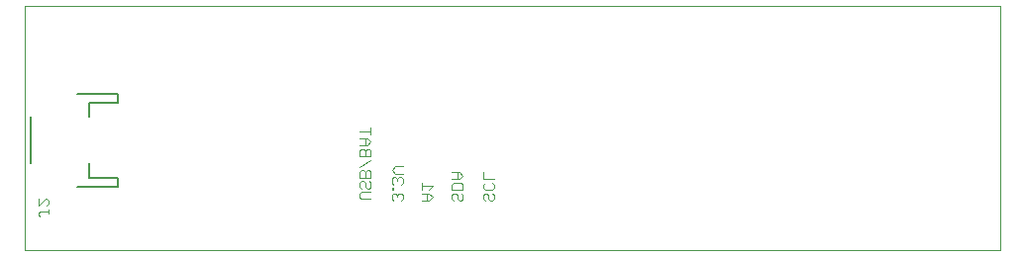
<source format=gbo>
G75*
%MOIN*%
%OFA0B0*%
%FSLAX25Y25*%
%IPPOS*%
%LPD*%
%AMOC8*
5,1,8,0,0,1.08239X$1,22.5*
%
%ADD10C,0.00000*%
%ADD11C,0.00300*%
%ADD12C,0.00800*%
%ADD13C,0.00400*%
D10*
X0015433Y0071025D02*
X0015433Y0153387D01*
X0343780Y0153387D01*
X0343780Y0071025D01*
X0015433Y0071025D01*
D11*
X0128383Y0088757D02*
X0128383Y0089970D01*
X0128990Y0090577D01*
X0132023Y0090577D01*
X0131417Y0091775D02*
X0130810Y0091775D01*
X0130203Y0092382D01*
X0130203Y0093595D01*
X0129597Y0094202D01*
X0128990Y0094202D01*
X0128383Y0093595D01*
X0128383Y0092382D01*
X0128990Y0091775D01*
X0131417Y0091775D02*
X0132023Y0092382D01*
X0132023Y0093595D01*
X0131417Y0094202D01*
X0132023Y0095400D02*
X0132023Y0097220D01*
X0131417Y0097827D01*
X0130810Y0097827D01*
X0130203Y0097220D01*
X0130203Y0095400D01*
X0128383Y0095400D02*
X0132023Y0095400D01*
X0130203Y0097220D02*
X0129597Y0097827D01*
X0128990Y0097827D01*
X0128383Y0097220D01*
X0128383Y0095400D01*
X0128383Y0099025D02*
X0132023Y0101452D01*
X0132023Y0102651D02*
X0128383Y0102651D01*
X0128383Y0104471D01*
X0128990Y0105077D01*
X0129597Y0105077D01*
X0130203Y0104471D01*
X0130203Y0102651D01*
X0130203Y0104471D02*
X0130810Y0105077D01*
X0131417Y0105077D01*
X0132023Y0104471D01*
X0132023Y0102651D01*
X0130810Y0106276D02*
X0128383Y0106276D01*
X0130203Y0106276D02*
X0130203Y0108702D01*
X0130810Y0108702D02*
X0128383Y0108702D01*
X0128383Y0111114D02*
X0132023Y0111114D01*
X0132023Y0109901D02*
X0132023Y0112328D01*
X0130810Y0108702D02*
X0132023Y0107489D01*
X0130810Y0106276D01*
X0139083Y0097926D02*
X0140297Y0099140D01*
X0142723Y0099140D01*
X0140297Y0096713D02*
X0139083Y0097926D01*
X0140297Y0096713D02*
X0142723Y0096713D01*
X0142117Y0095514D02*
X0141510Y0095514D01*
X0140903Y0094908D01*
X0140297Y0095514D01*
X0139690Y0095514D01*
X0139083Y0094908D01*
X0139083Y0093694D01*
X0139690Y0093088D01*
X0139690Y0091882D02*
X0139083Y0091882D01*
X0139083Y0091275D01*
X0139690Y0091275D01*
X0139690Y0091882D01*
X0139690Y0090077D02*
X0139083Y0089470D01*
X0139083Y0088257D01*
X0139690Y0087650D01*
X0140903Y0088863D02*
X0140903Y0089470D01*
X0140297Y0090077D01*
X0139690Y0090077D01*
X0140903Y0089470D02*
X0141510Y0090077D01*
X0142117Y0090077D01*
X0142723Y0089470D01*
X0142723Y0088257D01*
X0142117Y0087650D01*
X0149183Y0087650D02*
X0151610Y0087650D01*
X0152823Y0088863D01*
X0151610Y0090077D01*
X0149183Y0090077D01*
X0149183Y0091275D02*
X0149183Y0093702D01*
X0149183Y0092488D02*
X0152823Y0092488D01*
X0151610Y0091275D01*
X0151003Y0090077D02*
X0151003Y0087650D01*
X0159383Y0088257D02*
X0159990Y0087650D01*
X0159383Y0088257D02*
X0159383Y0089470D01*
X0159990Y0090077D01*
X0160597Y0090077D01*
X0161203Y0089470D01*
X0161203Y0088257D01*
X0161810Y0087650D01*
X0162417Y0087650D01*
X0163023Y0088257D01*
X0163023Y0089470D01*
X0162417Y0090077D01*
X0163023Y0091275D02*
X0163023Y0093095D01*
X0162417Y0093702D01*
X0159990Y0093702D01*
X0159383Y0093095D01*
X0159383Y0091275D01*
X0163023Y0091275D01*
X0161810Y0094900D02*
X0163023Y0096114D01*
X0161810Y0097327D01*
X0159383Y0097327D01*
X0161203Y0097327D02*
X0161203Y0094900D01*
X0161810Y0094900D02*
X0159383Y0094900D01*
X0169783Y0094900D02*
X0169783Y0097327D01*
X0169783Y0094900D02*
X0173423Y0094900D01*
X0172817Y0093702D02*
X0173423Y0093095D01*
X0173423Y0091882D01*
X0172817Y0091275D01*
X0170390Y0091275D01*
X0169783Y0091882D01*
X0169783Y0093095D01*
X0170390Y0093702D01*
X0170390Y0090077D02*
X0169783Y0089470D01*
X0169783Y0088257D01*
X0170390Y0087650D01*
X0171603Y0088257D02*
X0171603Y0089470D01*
X0170997Y0090077D01*
X0170390Y0090077D01*
X0171603Y0088257D02*
X0172210Y0087650D01*
X0172817Y0087650D01*
X0173423Y0088257D01*
X0173423Y0089470D01*
X0172817Y0090077D01*
X0142723Y0093694D02*
X0142723Y0094908D01*
X0142117Y0095514D01*
X0140903Y0094908D02*
X0140903Y0094301D01*
X0142117Y0093088D02*
X0142723Y0093694D01*
X0132023Y0088150D02*
X0128990Y0088150D01*
X0128383Y0088757D01*
D12*
X0046929Y0092285D02*
X0033150Y0092285D01*
X0037087Y0095435D02*
X0046929Y0095435D01*
X0046929Y0092285D01*
X0037087Y0095435D02*
X0037087Y0100159D01*
X0017402Y0100159D02*
X0017402Y0115907D01*
X0037087Y0115907D02*
X0037087Y0120631D01*
X0046929Y0120631D01*
X0046929Y0123781D01*
X0033150Y0123781D01*
D13*
X0023026Y0088268D02*
X0023616Y0087678D01*
X0023616Y0086498D01*
X0023026Y0085908D01*
X0023616Y0084643D02*
X0023616Y0083463D01*
X0023616Y0084053D02*
X0020666Y0084053D01*
X0020076Y0083463D01*
X0020076Y0082873D01*
X0020666Y0082283D01*
X0020076Y0085908D02*
X0022436Y0088268D01*
X0023026Y0088268D01*
X0020076Y0088268D02*
X0020076Y0085908D01*
M02*

</source>
